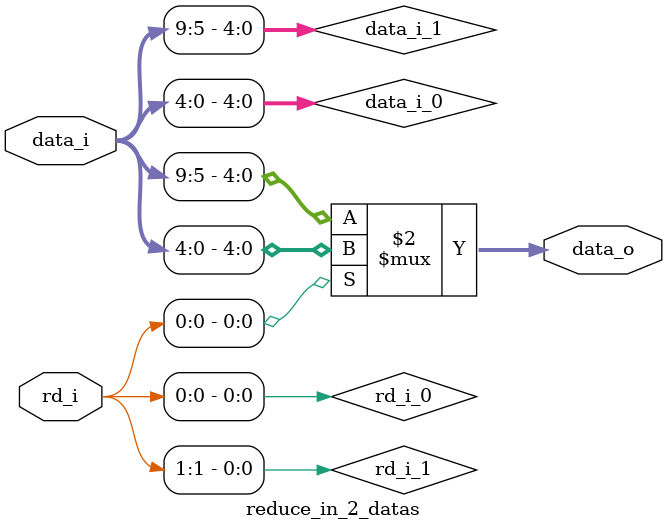
<source format=v>

module reduce_in_8_datas #(
		parameter NUM = 8,
		parameter WIDTH = 5
	)
	(
	 input [NUM*WIDTH-1 : 0] data_i,
	 input [NUM-1 : 0]       rd_i,
	 output [WIDTH-1 : 0]    data_o
	);
    parameter NUM_SUB = NUM/2;

    wire [NUM_SUB*WIDTH-1 : 0] data_i_0, data_i_1;
    wire [WIDTH-1 : 0]         data_o_0, data_o_1;
    wire [NUM/2-1 : 0]         rd_i_0, rd_i_1;

    assign {rd_i_1, rd_i_0} = rd_i;
    assign {data_i_1, data_i_0} = data_i;
    assign data_o = rd_i_0!=0 ? data_o_0 : data_o_1;

	reduce_in_4_datas #(
		.WIDTH(WIDTH)
	)
	reduce_in_4_datas_inst0 (
		.data_i(data_i_0),
		.data_o(data_o_0),
		.rd_i(rd_i_0)
	);

	reduce_in_4_datas #(
		.WIDTH(WIDTH)
	)
	reduce_in_4_datas_inst1 (
		.data_i(data_i_1),
		.data_o(data_o_1),
		.rd_i(rd_i_1)
	);

endmodule

module reduce_in_4_datas #(
        parameter NUM = 4,
        parameter WIDTH = 5
    )
    (
        input [NUM*WIDTH-1 : 0] data_i,
        input [NUM-1 : 0]       rd_i,
        output [WIDTH-1 : 0]    data_o
    );
    parameter NUM_SUB = NUM/2;

    wire [NUM_SUB*WIDTH-1 : 0] data_i_0, data_i_1;
    wire [WIDTH-1 : 0]         data_o_0, data_o_1;
    wire [NUM/2-1 : 0]         rd_i_0, rd_i_1;

    assign {rd_i_1, rd_i_0} = rd_i;
    assign {data_i_1, data_i_0} = data_i;
    assign data_o = rd_i_0!=0 ? data_o_0 : data_o_1;

    reduce_in_2_datas #(
        .WIDTH(WIDTH)
    )
    reduce_in_2_datas_inst0 (
        .data_i(data_i_0),
        .data_o(data_o_0),
        .rd_i(rd_i_0)
    );

    reduce_in_2_datas #(
        .WIDTH(WIDTH)
    )
    reduce_in_2_datas_inst1 (
        .data_i(data_i_1),
        .data_o(data_o_1),
        .rd_i(rd_i_1)
    );

endmodule


module reduce_in_2_datas #(
        parameter NUM = 2,
        parameter WIDTH = 5
    )
    (
        input [NUM*WIDTH-1 : 0] data_i,
        input [NUM-1 : 0]       rd_i,
        output [WIDTH-1 : 0]    data_o
    );
    parameter NUM_SUB = NUM/2;

    wire [NUM_SUB*WIDTH-1 : 0] data_i_0, data_i_1;
    wire [NUM/2-1 : 0]         rd_i_0, rd_i_1;

    assign {rd_i_1, rd_i_0} = rd_i;
    assign {data_i_1, data_i_0} = data_i;
    assign data_o = rd_i_0!=0 ? data_i_0 : data_i_1;

endmodule


</source>
